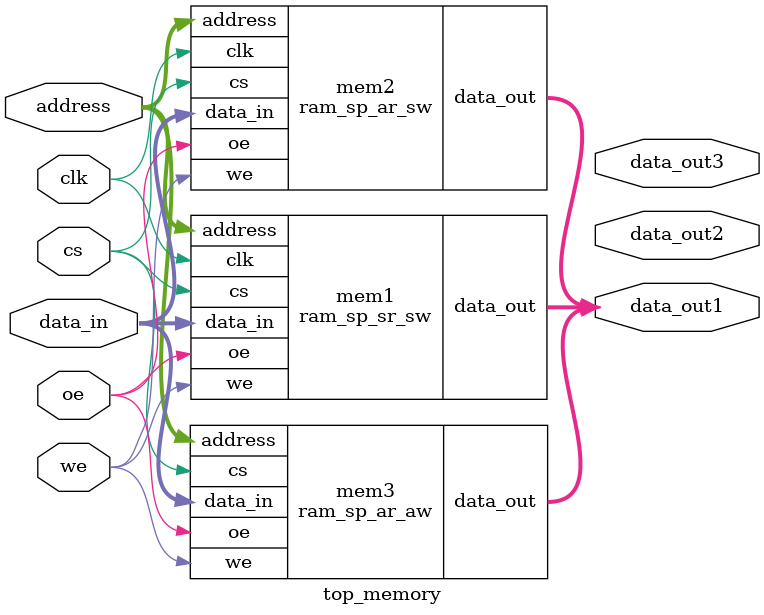
<source format=v>

module ram_sp_sr_sw (
clk         , // Clock Input
address     , // Address Input
data_in        , // 
data_out        , // 
cs          , // Chip Select
we          , // Write Enable/Read Enable
oe            // Output Enable
); 

parameter DATA_WIDTH = 8 ;
parameter ADDR_WIDTH = 8 ;
parameter RAM_DEPTH = 1 << ADDR_WIDTH;

//--------------Input Ports----------------------- 
input                  clk         ;
input [ADDR_WIDTH-1:0] address     ;
input                  cs          ;
input                  we          ;
input                  oe          ; 
input [DATA_WIDTH-1:0] data_in     ;

//--------------Inout Ports----------------------- 
output [DATA_WIDTH-1:0]  data_out   ;

//--------------Internal variables---------------- 
reg [DATA_WIDTH-1:0] data_i_out ;
reg [DATA_WIDTH-1:0] mem [0:RAM_DEPTH-1];
reg                  oe_r;

//--------------Code Starts Here------------------ 

assign data_out = data_i_out;

// Memory Write Block 
// Write Operation : When we = 1, cs = 1
always @ (posedge clk)
begin : MEM_WRITE
   if ( cs && we ) begin
       mem[address] = data_in;
   end
end

// Memory Read Block 
// Read Operation : When we = 0, oe = 1, cs = 1
always @ (posedge clk)
begin : MEM_READ
  if (cs && !we && oe) begin
    data_i_out = mem[address];
    oe_r = 1;
  end else begin
    oe_r = 0;
  end
end

endmodule // End of Module ram_sp_sr_sw


//-----------------------------------------------------
// Design Name : ram_sp_ar_sw
// File Name   : ram_sp_ar_sw.v
// Function    : Asynchronous read write RAM 
// Coder       : Deepak Kumar Tala
//-----------------------------------------------------
module ram_sp_ar_sw (
clk         , // Clock Input
address     , // Address Input
data_in        , // Data bi-directional
data_out        , // Data bi-directional
cs          , // Chip Select
we          , // Write Enable/Read Enable
oe            // Output Enable
); 

parameter DATA_WIDTH = 8 ;
parameter ADDR_WIDTH = 8 ;
parameter RAM_DEPTH = 1 << ADDR_WIDTH;

//--------------Input Ports----------------------- 
input                                     clk          ;
input [ADDR_WIDTH-1:0] address ;
input                                     cs           ;
input                                     we          ;
input                                     oe           ; 
input [DATA_WIDTH-1:0]  data_in       ;

//--------------Inout Ports----------------------- 
output reg [DATA_WIDTH-1:0]   data_out ;

//--------------Internal variables---------------- 
reg [DATA_WIDTH-1:0] mem [0:RAM_DEPTH-1];

//--------------Code Starts Here------------------ 

// Tri-State Buffer control 
// output : When we = 0, oe = 1, cs = 1

// Memory Write Block 
// Write Operation : When we = 1, cs = 1
always @ (posedge clk)
begin : MEM_WRITE
   if ( cs && we ) begin
       mem[address] = data_in;
   end
end

// Memory Read Block 
// Read Operation : When we = 0, oe = 1, cs = 1
always @ (address or cs or we or oe)
begin : MEM_READ
    if (cs && !we && oe) begin
         data_out = mem[address];
    end
end

endmodule // End of Module ram_sp_ar_sw


//-----------------------------------------------------
// Design Name : ram_sp_ar_aw
// File Name   : ram_sp_ar_aw.v
// Function    : Asynchronous read write RAM 
// Coder       : Deepak Kumar Tala
//-----------------------------------------------------
module ram_sp_ar_aw (
address     , // Address Input
data_in	    ,
data_out    , // 
cs          , // Chip Select
we          , // Write Enable/Read Enable
oe            // Output Enable
);          
parameter DATA_WIDTH = 8 ;
parameter ADDR_WIDTH = 8 ;
parameter RAM_DEPTH = 1 << ADDR_WIDTH;

//--------------Input Ports----------------------- 
input [ADDR_WIDTH-1:0] address ;
input                                     cs           ;
input                                     we          ;
input                                     oe           ; 
input [DATA_WIDTH-1:0]  data_in       ;

//--------------Output Ports----------------------- 
output reg [DATA_WIDTH-1:0]   data_out ;

//--------------Internal variables---------------- 
reg [DATA_WIDTH-1:0] mem [0:RAM_DEPTH-1];

//--------------Code Starts Here------------------ 

// Memory Write Block 
// Write Operation : When we = 1, cs = 1
always @ (address or data_in or cs or we)
begin : MEM_WRITE
   if ( cs && we ) begin
       mem[address] = data_in;
   end
end

// Memory Read Block 
// Read Operation : When we = 0, oe = 1, cs = 1
always @ (address or cs or we or oe)
begin : MEM_READ
    if (cs && !we && oe)  begin
         data_out = mem[address];
    end
end

endmodule // End of Module ram_sp_ar_aw


module top_memory (
clk         , // Clock Input
address     , // Address Input
data_in     , // 
data_out1    , // 
data_out2    , // 
data_out3    , // 
cs          , // Chip Select
we          , // Write Enable/Read Enable
oe            // Output Enable
);

parameter DATA_WIDTH = 8 ;
parameter ADDR_WIDTH = 8 ;
parameter RAM_DEPTH = 1 << ADDR_WIDTH;

//--------------Input Ports----------------------- 
input                  clk         ;
input [ADDR_WIDTH-1:0] address     ;
input                  cs          ;
input                  we          ;
input                  oe          ; 
input [DATA_WIDTH-1:0] data_in     ;

//--------------Inout Ports----------------------- 
output [DATA_WIDTH-1:0]  data_out1   ;
output [DATA_WIDTH-1:0]  data_out2   ;
output [DATA_WIDTH-1:0]  data_out3   ;

    ram_sp_sr_sw mem1 (.clk(clk), .address(address), .data_in(data_in),
		       .data_out(data_out1), .cs(cs), .we(we), .oe(oe) );

    ram_sp_ar_sw mem2 (.clk(clk), .address(address), .data_in(data_in),
		       .data_out(data_out1), .cs(cs), .we(we), .oe(oe) );

    ram_sp_ar_aw mem3 (.address(address), .data_in(data_in),
		       .data_out(data_out1), .cs(cs), .we(we), .oe(oe) );

endmodule

</source>
